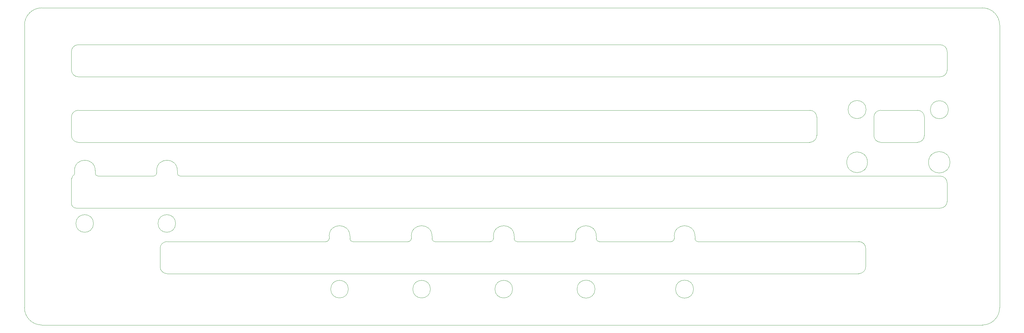
<source format=gm1>
G04 #@! TF.GenerationSoftware,KiCad,Pcbnew,(5.1.4-0-10_14)*
G04 #@! TF.CreationDate,2020-05-16T21:52:49+09:00*
G04 #@! TF.ProjectId,chavdai40-bp,63686176-6461-4693-9430-2d62702e6b69,rev?*
G04 #@! TF.SameCoordinates,Original*
G04 #@! TF.FileFunction,Profile,NP*
%FSLAX46Y46*%
G04 Gerber Fmt 4.6, Leading zero omitted, Abs format (unit mm)*
G04 Created by KiCad (PCBNEW (5.1.4-0-10_14)) date 2020-05-16 21:52:49*
%MOMM*%
%LPD*%
G04 APERTURE LIST*
%ADD10C,0.050000*%
G04 APERTURE END LIST*
D10*
X239600000Y-41700000D02*
X27600000Y-41700000D01*
X241600000Y-43700000D02*
X241600000Y-49000000D01*
X241600000Y-49000000D02*
G75*
G02X239600000Y-51000000I-2000000J0D01*
G01*
X239600000Y-41700000D02*
G75*
G02X241600000Y-43700000I0J-2000000D01*
G01*
X255905737Y-41500000D02*
G75*
G03X255905737Y-41500000I-2617972J0D01*
G01*
X258150000Y-49000000D02*
X258150000Y-43700000D01*
X260150000Y-51000000D02*
G75*
G02X258150000Y-49000000I0J2000000D01*
G01*
X258150000Y-43700000D02*
G75*
G02X260150000Y-41700000I2000000J0D01*
G01*
X279750001Y-41550000D02*
G75*
G03X279750001Y-41550000I-2612236J0D01*
G01*
X270800000Y-41700000D02*
G75*
G02X272800000Y-43700000I0J-2000000D01*
G01*
X272800000Y-49000000D02*
G75*
G02X270800000Y-51000000I-2000000J0D01*
G01*
X272800000Y-43700000D02*
X272800000Y-49000000D01*
X260150000Y-51000000D02*
X270800000Y-51000000D01*
X279400000Y-24700000D02*
X279400000Y-30000000D01*
X279400000Y-30000000D02*
G75*
G02X277400000Y-32000000I-2000000J0D01*
G01*
X277400000Y-22700000D02*
G75*
G02X279400000Y-24700000I0J-2000000D01*
G01*
X277400000Y-60800000D02*
G75*
G02X279400000Y-62800000I0J-2000000D01*
G01*
X279400000Y-68100000D02*
G75*
G02X277400000Y-70100000I-2000000J0D01*
G01*
X279400000Y-62800000D02*
X279400000Y-68100000D01*
X253800000Y-79800000D02*
G75*
G02X255800000Y-81800000I0J-2000000D01*
G01*
X255800000Y-87100000D02*
G75*
G02X253800000Y-89100000I-2000000J0D01*
G01*
X255800000Y-81800000D02*
X255800000Y-87100000D01*
X27000000Y-70100000D02*
G75*
G02X25600000Y-68700000I0J1400000D01*
G01*
X51300000Y-87100000D02*
X51300000Y-81800000D01*
X53300000Y-89100000D02*
G75*
G02X51300000Y-87100000I0J2000000D01*
G01*
X51300000Y-81800000D02*
G75*
G02X53300000Y-79800000I2000000J0D01*
G01*
X25600000Y-43700000D02*
G75*
G02X27600000Y-41700000I2000000J0D01*
G01*
X27600000Y-51000000D02*
G75*
G02X25600000Y-49000000I0J2000000D01*
G01*
X25600000Y-49000000D02*
X25600000Y-43700000D01*
X27600000Y-32000000D02*
G75*
G02X25600000Y-30000000I0J2000000D01*
G01*
X25600000Y-24700000D02*
G75*
G02X27600000Y-22700000I2000000J0D01*
G01*
X207100000Y-79800000D02*
X253800000Y-79800000D01*
X178500000Y-79800000D02*
X199400000Y-79800000D01*
X154700000Y-79800000D02*
X170800000Y-79800000D01*
X130900000Y-79800000D02*
X147000000Y-79800000D01*
X107100000Y-79800000D02*
X123200000Y-79800000D01*
X53300000Y-79800000D02*
X99400000Y-79800000D01*
X205900001Y-93600000D02*
G75*
G03X205900001Y-93600000I-2612236J0D01*
G01*
X177350001Y-93600000D02*
G75*
G03X177350001Y-93600000I-2612236J0D01*
G01*
X153450000Y-93600000D02*
G75*
G03X153450000Y-93600000I-2560321J0D01*
G01*
X129650000Y-93600000D02*
G75*
G03X129650000Y-93600000I-2560321J0D01*
G01*
X105857334Y-93600000D02*
G75*
G03X105857334Y-93600000I-2560321J0D01*
G01*
X55800000Y-74550000D02*
G75*
G03X55800000Y-74550000I-2554456J0D01*
G01*
X260150000Y-41700000D02*
X270800000Y-41700000D01*
X32001958Y-74550000D02*
G75*
G03X32001958Y-74550000I-2554456J0D01*
G01*
X25700000Y-61300000D02*
X25600000Y-61600000D01*
X25800000Y-61000000D02*
X25700000Y-61300000D01*
X25900000Y-60800000D02*
X25800000Y-61000000D01*
X26100000Y-60600000D02*
X25900000Y-60800000D01*
X26300000Y-60400000D02*
X26100000Y-60600000D01*
X26400000Y-60200000D02*
X26300000Y-60400000D01*
X26500000Y-59900000D02*
X26400000Y-60200000D01*
X49400000Y-60800000D02*
X33300000Y-60800000D01*
X256300000Y-56800000D02*
G75*
G03X256300000Y-56800000I-3000000J0D01*
G01*
X280200000Y-56800000D02*
G75*
G03X280200000Y-56800000I-3100000J0D01*
G01*
X50300000Y-59900000D02*
X50300000Y-59200000D01*
X50300000Y-59200000D02*
G75*
G02X56300000Y-59200000I3000000J0D01*
G01*
X56300000Y-59200000D02*
X56300000Y-60000000D01*
X50300000Y-59900000D02*
G75*
G02X49400000Y-60800000I-900000J0D01*
G01*
X57100000Y-60800000D02*
G75*
G02X56300000Y-60000000I0J800000D01*
G01*
X200300000Y-78200000D02*
G75*
G02X206300000Y-78200000I3000000J0D01*
G01*
X200300000Y-78900000D02*
G75*
G02X199400000Y-79800000I-900000J0D01*
G01*
X206300000Y-78200000D02*
X206300000Y-79000000D01*
X200300000Y-78900000D02*
X200300000Y-78200000D01*
X207100000Y-79800000D02*
G75*
G02X206300000Y-79000000I0J800000D01*
G01*
X171700000Y-78900000D02*
G75*
G02X170800000Y-79800000I-900000J0D01*
G01*
X177700000Y-78200000D02*
X177700000Y-79000000D01*
X171700000Y-78200000D02*
G75*
G02X177700000Y-78200000I3000000J0D01*
G01*
X178500000Y-79800000D02*
G75*
G02X177700000Y-79000000I0J800000D01*
G01*
X171700000Y-78900000D02*
X171700000Y-78200000D01*
X147900000Y-78900000D02*
X147900000Y-78200000D01*
X147900000Y-78900000D02*
G75*
G02X147000000Y-79800000I-900000J0D01*
G01*
X147900000Y-78200000D02*
G75*
G02X153900000Y-78200000I3000000J0D01*
G01*
X153900000Y-78200000D02*
X153900000Y-79000000D01*
X154700000Y-79800000D02*
G75*
G02X153900000Y-79000000I0J800000D01*
G01*
X124100000Y-78900000D02*
X124100000Y-78200000D01*
X124100000Y-78200000D02*
G75*
G02X130100000Y-78200000I3000000J0D01*
G01*
X130100000Y-78200000D02*
X130100000Y-79000000D01*
X130900000Y-79800000D02*
G75*
G02X130100000Y-79000000I0J800000D01*
G01*
X124100000Y-78900000D02*
G75*
G02X123200000Y-79800000I-900000J0D01*
G01*
X100300000Y-78900000D02*
X100300000Y-78200000D01*
X100300000Y-78200000D02*
G75*
G02X106300000Y-78200000I3000000J0D01*
G01*
X106300000Y-78200000D02*
X106300000Y-79000000D01*
X100300000Y-78900000D02*
G75*
G02X99400000Y-79800000I-900000J0D01*
G01*
X107100000Y-79800000D02*
G75*
G02X106300000Y-79000000I0J800000D01*
G01*
X33300000Y-60800000D02*
G75*
G02X32500000Y-60000000I0J800000D01*
G01*
X26500000Y-59200000D02*
G75*
G02X32500000Y-59200000I3000000J0D01*
G01*
X32500000Y-59200000D02*
X32500000Y-60000000D01*
X26500000Y-59900000D02*
X26500000Y-59200000D01*
X253800000Y-89100000D02*
X53300000Y-89100000D01*
X25600000Y-68700000D02*
X25600000Y-61600000D01*
X277400000Y-70100000D02*
X27000000Y-70100000D01*
X57100000Y-60800000D02*
X277400000Y-60800000D01*
X27600000Y-51000000D02*
X239600000Y-51000000D01*
X25600000Y-30000000D02*
X25600000Y-24700000D01*
X277400000Y-32000000D02*
X27600000Y-32000000D01*
X27600000Y-22700000D02*
X277400000Y-22700000D01*
X289600000Y-12000000D02*
G75*
G02X294600000Y-17000000I0J-5000000D01*
G01*
X294600000Y-99000000D02*
G75*
G02X289600000Y-104000000I-5000000J0D01*
G01*
X17000000Y-104000000D02*
G75*
G02X12000000Y-99000000I0J5000000D01*
G01*
X12001500Y-17000000D02*
G75*
G02X17000000Y-12001500I4998500J0D01*
G01*
X17000000Y-104000000D02*
X289600000Y-104000000D01*
X294600000Y-99000000D02*
X294600000Y-17000000D01*
X12000000Y-17000000D02*
X12000000Y-99000000D01*
X17000000Y-12001500D02*
X289600000Y-12000000D01*
M02*

</source>
